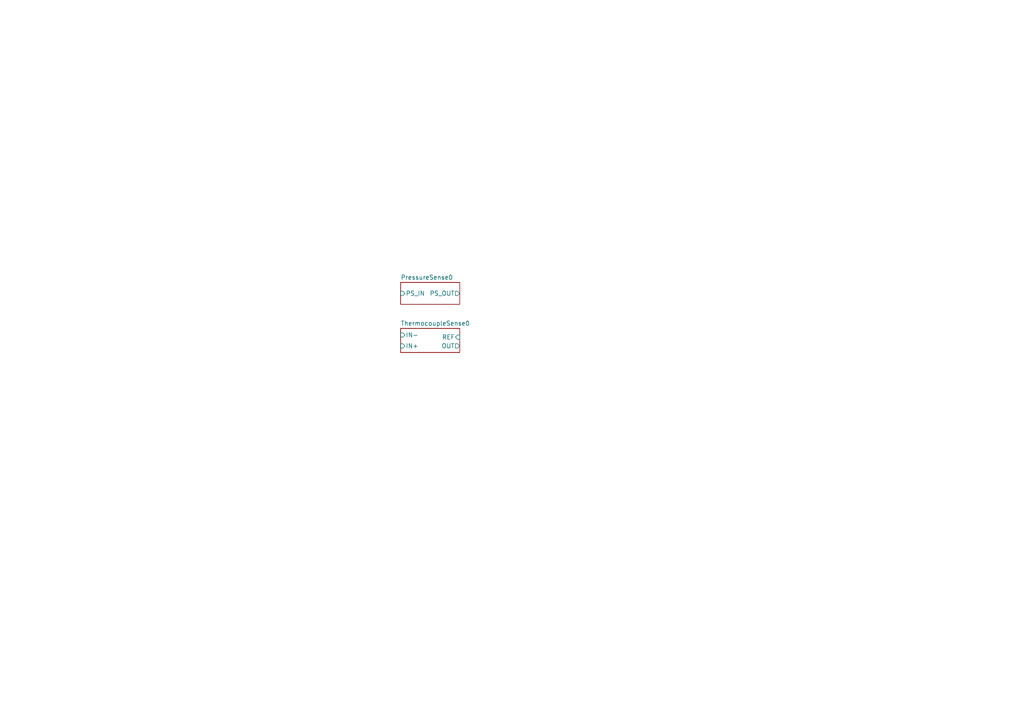
<source format=kicad_sch>
(kicad_sch (version 20230121) (generator eeschema)

  (uuid 3fdacc8d-4e6b-4f6c-bf18-64f39c4a27fb)

  (paper "A4")

  (lib_symbols
  )


  (sheet (at 116.205 81.915) (size 17.145 6.35) (fields_autoplaced)
    (stroke (width 0.1524) (type solid))
    (fill (color 0 0 0 0.0000))
    (uuid 8454efdf-ecef-4863-8302-be65299f3a99)
    (property "Sheetname" "PressureSense0" (at 116.205 81.2034 0)
      (effects (font (size 1.27 1.27)) (justify left bottom))
    )
    (property "Sheetfile" "pressure_sense.kicad_sch" (at 116.205 88.8496 0)
      (effects (font (size 1.27 1.27)) (justify left top) hide)
    )
    (pin "PS_IN" input (at 116.205 85.09 180)
      (effects (font (size 1.27 1.27)) (justify left))
      (uuid 5441fd32-b768-45e9-b7cd-40dcf804c456)
    )
    (pin "PS_OUT" output (at 133.35 85.09 0)
      (effects (font (size 1.27 1.27)) (justify right))
      (uuid 381eece7-08f0-40a8-a13d-421e79e71d5c)
    )
    (instances
      (project "ecu-kicad-v0.4"
        (path "/36cc65d2-4dd3-4f51-bcce-4252e60c9ae8" (page "8"))
        (path "/36cc65d2-4dd3-4f51-bcce-4252e60c9ae8/7701b1cc-30c3-4117-bb83-7be83d0195a2" (page "8"))
      )
    )
  )

  (sheet (at 116.205 95.25) (size 17.145 6.985) (fields_autoplaced)
    (stroke (width 0.1524) (type solid))
    (fill (color 0 0 0 0.0000))
    (uuid ecf2c6bd-2b14-4e8a-8e3c-6218c8749933)
    (property "Sheetname" "ThermocoupleSense0" (at 116.205 94.5384 0)
      (effects (font (size 1.27 1.27)) (justify left bottom))
    )
    (property "Sheetfile" "thermocouple_sense.kicad_sch" (at 116.205 102.8196 0)
      (effects (font (size 1.27 1.27)) (justify left top) hide)
    )
    (pin "IN-" input (at 116.205 97.155 180)
      (effects (font (size 1.27 1.27)) (justify left))
      (uuid ee7d4c3b-6ffc-40ab-af31-b7b9fe09cf5d)
    )
    (pin "IN+" input (at 116.205 100.33 180)
      (effects (font (size 1.27 1.27)) (justify left))
      (uuid 82a87d27-dff0-4c2e-842e-7e36228e0651)
    )
    (pin "REF" input (at 133.35 97.79 0)
      (effects (font (size 1.27 1.27)) (justify right))
      (uuid 8e1a935c-82ee-46ac-b2a3-153afa03d0d3)
    )
    (pin "OUT" output (at 133.35 100.33 0)
      (effects (font (size 1.27 1.27)) (justify right))
      (uuid 993761d1-9009-49db-b730-6178f4a00873)
    )
    (instances
      (project "ecu-kicad-v0.4"
        (path "/36cc65d2-4dd3-4f51-bcce-4252e60c9ae8/7701b1cc-30c3-4117-bb83-7be83d0195a2" (page "12"))
      )
    )
  )
)

</source>
